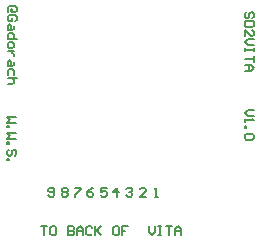
<source format=gbr>
%FSDAX44Y44*%
%MOMM*%
%SFA1B1*%

%IPPOS*%
%ADD17C,0.152400*%
%LNadapter_legend_top-1*%
%LPD*%
G54D17*
X00288798Y00347214D02*
X00293875D01*
X00291336*
Y00339598*
X00300223Y00347214D02*
X00297684D01*
X00296415Y00345945*
Y00340868*
X00297684Y00339598*
X00300223*
X00301493Y00340868*
Y00345945*
X00300223Y00347214*
X00311650D02*
Y00339598D01*
X00315458*
X00316728Y00340868*
Y00342136*
X00315458Y00343406*
X00311650*
X00315458*
X00316728Y00344675*
Y00345945*
X00315458Y00347214*
X00311650*
X00319267Y00339598D02*
Y00344675D01*
X00321806Y00347214*
X00324346Y00344675*
Y00339598*
Y00343406*
X00319267*
X00331963Y00345945D02*
X00330694Y00347214D01*
X00328154*
X00326885Y00345945*
Y00340868*
X00328154Y00339598*
X00330694*
X00331963Y00340868*
X00334502Y00347214D02*
Y00339598D01*
Y00342136*
X00339581Y00347214*
X00335772Y00343406*
X00339581Y00339598*
X00353546Y00347214D02*
X00351007D01*
X00349737Y00345945*
Y00340868*
X00351007Y00339598*
X00353546*
X00354816Y00340868*
Y00345945*
X00353546Y00347214*
X00362433D02*
X00357355D01*
Y00343406*
X00359894*
X00357355*
Y00339598*
X00380207Y00347214D02*
Y00342136D01*
X00382747Y00339598*
X00385286Y00342136*
Y00347214*
X00387825D02*
X00390364D01*
X00389095*
Y00339598*
X00387825*
X00390364*
X00394173Y00347214D02*
X00399251D01*
X00396712*
Y00339598*
X00401790D02*
Y00344675D01*
X00404330Y00347214*
X00406869Y00344675*
Y00339598*
Y00343406*
X00401790*
X00267459Y00440182D02*
X00259842D01*
X00262380Y00437642*
X00259842Y00435103*
X00267459*
X00259842Y00432564D02*
X00261112D01*
Y00431294*
X00259842*
Y00432564*
X00267459Y00426216D02*
X00259842D01*
X00262380Y00423676*
X00259842Y00421137*
X00267459*
X00259842Y00418598D02*
X00261112D01*
Y00417328*
X00259842*
Y00418598*
X00266189Y00407172D02*
X00267459Y00408441D01*
Y00410980*
X00266189Y00412250*
X00264919*
X00263650Y00410980*
Y00408441*
X00262380Y00407172*
X00261112*
X00259842Y00408441*
Y00410980*
X00261112Y00412250*
X00259842Y00404632D02*
X00261112D01*
Y00403363*
X00259842*
Y00404632*
X00468627Y00445770D02*
X00463548D01*
X00461010Y00443230*
X00463548Y00440691*
X00468627*
X00461010Y00438152D02*
Y00435612D01*
Y00436882*
X00468627*
X00467357Y00438152*
X00461010Y00431804D02*
X00462280D01*
Y00430534*
X00461010*
Y00431804*
X00467357Y00425456D02*
X00468627Y00424186D01*
Y00421647*
X00467357Y00420377*
X00462280*
X00461010Y00421647*
Y00424186*
X00462280Y00425456*
X00467357*
X00294640Y00373380D02*
X00295910Y00372110D01*
X00298448*
X00299717Y00373380*
Y00378457*
X00298448Y00379727*
X00295910*
X00294640Y00378457*
Y00377187*
X00295910Y00375918*
X00299717*
X00306070Y00378457D02*
X00307340Y00379727D01*
X00309878*
X00311147Y00378457*
Y00377187*
X00309878Y00375918*
X00311147Y00374648*
Y00373380*
X00309878Y00372110*
X00307340*
X00306070Y00373380*
Y00374648*
X00307340Y00375918*
X00306070Y00377187*
Y00378457*
X00307340Y00375918D02*
X00309878D01*
X00317500Y00379727D02*
X00322577D01*
Y00378457*
X00317500Y00373380*
Y00372110*
X00332737Y00379727D02*
X00330198Y00378457D01*
X00327660Y00375918*
Y00373380*
X00328930Y00372110*
X00331468*
X00332737Y00373380*
Y00374648*
X00331468Y00375918*
X00327660*
X00344167Y00379727D02*
X00339090D01*
Y00375918*
X00341628Y00377187*
X00342898*
X00344167Y00375918*
Y00373380*
X00342898Y00372110*
X00340360*
X00339090Y00373380*
X00353058Y00372110D02*
Y00379727D01*
X00349250Y00375918*
X00354327*
X00360680Y00378457D02*
X00361950Y00379727D01*
X00364488*
X00365757Y00378457*
Y00377187*
X00364488Y00375918*
X00363218*
X00364488*
X00365757Y00374648*
Y00373380*
X00364488Y00372110*
X00361950*
X00360680Y00373380*
X00377187Y00372110D02*
X00372110D01*
X00377187Y00377187*
Y00378457*
X00375918Y00379727*
X00373380*
X00372110Y00378457*
X00384810Y00372110D02*
X00387348D01*
X00386080*
Y00379727*
X00384810Y00378457*
X00262888Y00529590D02*
X00264158D01*
Y00530860*
X00262888*
Y00529590*
X00264158Y00528321*
X00266697*
X00267966Y00529590*
Y00532130*
X00266697Y00533400*
X00261620*
X00260350Y00532130*
Y00528321*
X00266697Y00520703D02*
X00267966Y00521973D01*
Y00524512*
X00266697Y00525782*
X00261620*
X00260350Y00524512*
Y00521973*
X00261620Y00520703*
X00264158*
Y00523242*
X00265427Y00516894D02*
Y00514355D01*
X00264158Y00513086*
X00260350*
Y00516894*
X00261620Y00518164*
X00262888Y00516894*
Y00513086*
X00267966Y00505468D02*
X00260350D01*
Y00509277*
X00261620Y00510546*
X00264158*
X00265427Y00509277*
Y00505468*
X00260350Y00501659D02*
Y00499120D01*
X00261620Y00497850*
X00264158*
X00265427Y00499120*
Y00501659*
X00264158Y00502929*
X00261620*
X00260350Y00501659*
X00265427Y00495311D02*
X00260350D01*
X00262888*
X00264158Y00494042*
X00265427Y00492772*
Y00491502*
Y00486424D02*
Y00483885D01*
X00264158Y00482615*
X00260350*
Y00486424*
X00261620Y00487694*
X00262888Y00486424*
Y00482615*
X00265427Y00474998D02*
Y00478807D01*
X00264158Y00480076*
X00261620*
X00260350Y00478807*
Y00474998*
X00267966Y00472459D02*
X00260350D01*
X00264158*
X00265427Y00471189*
Y00468650*
X00264158Y00467380*
X00260350*
X00467357Y00523241D02*
X00468627Y00524510D01*
Y00527050*
X00467357Y00528320*
X00466087*
X00464818Y00527050*
Y00524510*
X00463548Y00523241*
X00462280*
X00461010Y00524510*
Y00527050*
X00462280Y00528320*
X00468627Y00520702D02*
X00461010D01*
Y00516893*
X00462280Y00515623*
X00467357*
X00468627Y00516893*
Y00520702*
X00461010Y00508006D02*
Y00513084D01*
X00466087Y00508006*
X00467357*
X00468627Y00509275*
Y00511814*
X00467357Y00513084*
X00468627Y00505466D02*
X00463548D01*
X00461010Y00502927*
X00463548Y00500388*
X00468627*
Y00497849D02*
Y00495310D01*
Y00496579*
X00461010*
Y00497849*
Y00495310*
X00468627Y00491501D02*
Y00486423D01*
Y00488962*
X00461010*
Y00483883D02*
X00466087D01*
X00468627Y00481344*
X00466087Y00478805*
X00461010*
X00464818*
Y00483883*
M02*
</source>
